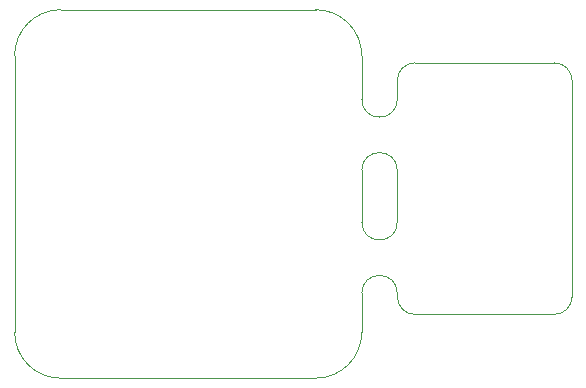
<source format=gbr>
%TF.GenerationSoftware,KiCad,Pcbnew,6.0.2+dfsg-1*%
%TF.CreationDate,2023-03-03T12:49:29-07:00*%
%TF.ProjectId,flex_fixture,666c6578-5f66-4697-9874-7572652e6b69,rev?*%
%TF.SameCoordinates,Original*%
%TF.FileFunction,Profile,NP*%
%FSLAX46Y46*%
G04 Gerber Fmt 4.6, Leading zero omitted, Abs format (unit mm)*
G04 Created by KiCad (PCBNEW 6.0.2+dfsg-1) date 2023-03-03 12:49:29*
%MOMM*%
%LPD*%
G01*
G04 APERTURE LIST*
%TA.AperFunction,Profile*%
%ADD10C,0.100000*%
%TD*%
G04 APERTURE END LIST*
D10*
X93300000Y-109100000D02*
X114900000Y-109100000D01*
X93300000Y-77900000D02*
X114900000Y-77900000D01*
X89400000Y-105200000D02*
G75*
G03*
X93300000Y-109100000I3900000J0D01*
G01*
X93300000Y-77900000D02*
G75*
G03*
X89400000Y-81800000I0J-3900000D01*
G01*
X89400000Y-105200000D02*
X89400000Y-81800000D01*
X118800000Y-81800000D02*
G75*
G03*
X114900000Y-77900000I-3900000J0D01*
G01*
X114900000Y-109100000D02*
G75*
G03*
X118800000Y-105200000I0J3900000D01*
G01*
X118800000Y-101900000D02*
X118800000Y-105200000D01*
X118800000Y-85500000D02*
X118800000Y-81800000D01*
X118800000Y-91500000D02*
X118800000Y-95900000D01*
X121800000Y-91500000D02*
X121800000Y-95900000D01*
X121800000Y-91500000D02*
G75*
G03*
X118800000Y-91500000I-1500000J0D01*
G01*
X118800000Y-95900000D02*
G75*
G03*
X121800000Y-95900000I1500000J0D01*
G01*
X121800000Y-102200000D02*
X121800000Y-101900000D01*
X121800000Y-83900000D02*
X121800000Y-85500000D01*
X118800000Y-85500000D02*
G75*
G03*
X121800000Y-85500000I1500000J0D01*
G01*
X121800000Y-101900000D02*
G75*
G03*
X118800000Y-101900000I-1500000J0D01*
G01*
X121800000Y-102200000D02*
G75*
G03*
X123300000Y-103700000I1500001J1D01*
G01*
X135100000Y-103700000D02*
G75*
G03*
X136600000Y-102200000I-1J1500001D01*
G01*
X136600000Y-102200000D02*
X136600000Y-83900000D01*
X123300000Y-82400000D02*
G75*
G03*
X121800000Y-83900000I1J-1500001D01*
G01*
X123300000Y-103700000D02*
X135100000Y-103700000D01*
X136600000Y-83900000D02*
G75*
G03*
X135100000Y-82400000I-1500001J-1D01*
G01*
X123300000Y-82400000D02*
X135100000Y-82400000D01*
M02*

</source>
